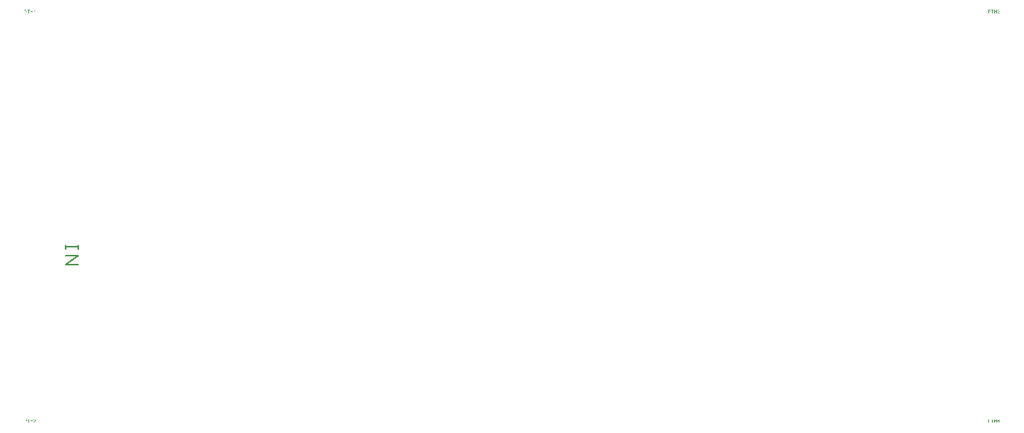
<source format=gbr>
G04*
G04 #@! TF.GenerationSoftware,Altium Limited,Altium Designer,24.5.1 (21)*
G04*
G04 Layer_Color=32768*
%FSLAX25Y25*%
%MOIN*%
G70*
G04*
G04 #@! TF.SameCoordinates,C76CA4C4-4B78-49E4-996D-9464DF6DB47D*
G04*
G04*
G04 #@! TF.FilePolarity,Positive*
G04*
G01*
G75*
%ADD12C,0.00591*%
G36*
X443264Y208350D02*
X443064D01*
Y209061D01*
X442283D01*
Y208350D01*
X442083D01*
Y209859D01*
X442283D01*
Y209240D01*
X443064D01*
Y209859D01*
X443264D01*
Y208350D01*
D02*
G37*
G36*
X444040Y209863D02*
X444069Y209859D01*
X444104Y209852D01*
X444143Y209841D01*
X444182Y209828D01*
X444221Y209811D01*
X444224D01*
X444226Y209809D01*
X444239Y209802D01*
X444259Y209789D01*
X444280Y209774D01*
X444307Y209752D01*
X444333Y209728D01*
X444359Y209700D01*
X444381Y209667D01*
X444383Y209663D01*
X444389Y209652D01*
X444398Y209632D01*
X444409Y209608D01*
X444420Y209580D01*
X444429Y209547D01*
X444435Y209510D01*
X444437Y209473D01*
Y209469D01*
Y209456D01*
X444435Y209438D01*
X444431Y209414D01*
X444424Y209386D01*
X444413Y209355D01*
X444400Y209325D01*
X444383Y209294D01*
X444381Y209290D01*
X444374Y209281D01*
X444361Y209266D01*
X444344Y209249D01*
X444322Y209229D01*
X444296Y209207D01*
X444265Y209188D01*
X444228Y209168D01*
X444230D01*
X444235Y209166D01*
X444241Y209163D01*
X444250Y209161D01*
X444274Y209153D01*
X444304Y209140D01*
X444339Y209122D01*
X444374Y209100D01*
X444407Y209072D01*
X444437Y209039D01*
X444440Y209035D01*
X444448Y209022D01*
X444461Y209000D01*
X444474Y208972D01*
X444487Y208937D01*
X444500Y208895D01*
X444509Y208847D01*
X444511Y208795D01*
Y208793D01*
Y208786D01*
Y208775D01*
X444509Y208762D01*
X444507Y208745D01*
X444503Y208725D01*
X444498Y208704D01*
X444494Y208680D01*
X444477Y208627D01*
X444463Y208599D01*
X444450Y208573D01*
X444433Y208544D01*
X444413Y208516D01*
X444391Y208488D01*
X444365Y208462D01*
X444363Y208459D01*
X444359Y208455D01*
X444350Y208449D01*
X444339Y208440D01*
X444326Y208429D01*
X444309Y208418D01*
X444289Y208405D01*
X444265Y208394D01*
X444241Y208381D01*
X444213Y208368D01*
X444184Y208357D01*
X444152Y208346D01*
X444117Y208337D01*
X444080Y208331D01*
X444043Y208326D01*
X444001Y208324D01*
X443982D01*
X443969Y208326D01*
X443951Y208329D01*
X443931Y208331D01*
X443910Y208335D01*
X443886Y208340D01*
X443833Y208353D01*
X443779Y208374D01*
X443751Y208387D01*
X443724Y208403D01*
X443698Y208422D01*
X443672Y208442D01*
X443670Y208444D01*
X443666Y208449D01*
X443659Y208455D01*
X443652Y208464D01*
X443642Y208475D01*
X443631Y208490D01*
X443618Y208505D01*
X443605Y208525D01*
X443591Y208547D01*
X443578Y208568D01*
X443554Y208621D01*
X443535Y208682D01*
X443528Y208715D01*
X443524Y208749D01*
X443709Y208773D01*
Y208771D01*
X443711Y208767D01*
X443714Y208758D01*
X443716Y208747D01*
X443718Y208734D01*
X443722Y208719D01*
X443733Y208686D01*
X443748Y208647D01*
X443768Y208610D01*
X443790Y208575D01*
X443816Y208544D01*
X443820Y208542D01*
X443829Y208534D01*
X443847Y208523D01*
X443868Y208512D01*
X443894Y208499D01*
X443927Y208488D01*
X443964Y208479D01*
X444003Y208477D01*
X444017D01*
X444025Y208479D01*
X444049Y208481D01*
X444080Y208488D01*
X444115Y208499D01*
X444152Y208514D01*
X444189Y208536D01*
X444224Y208566D01*
X444228Y208571D01*
X444239Y208584D01*
X444252Y208603D01*
X444269Y208629D01*
X444287Y208662D01*
X444300Y208699D01*
X444311Y208743D01*
X444315Y208791D01*
Y208793D01*
Y208797D01*
Y208804D01*
X444313Y208813D01*
X444311Y208837D01*
X444304Y208865D01*
X444296Y208900D01*
X444280Y208935D01*
X444259Y208969D01*
X444230Y209002D01*
X444226Y209007D01*
X444215Y209015D01*
X444198Y209028D01*
X444173Y209044D01*
X444143Y209059D01*
X444106Y209072D01*
X444065Y209081D01*
X444019Y209085D01*
X443999D01*
X443984Y209083D01*
X443964Y209081D01*
X443942Y209076D01*
X443916Y209072D01*
X443888Y209065D01*
X443910Y209229D01*
X443921D01*
X443929Y209227D01*
X443958D01*
X443982Y209231D01*
X444010Y209236D01*
X444043Y209242D01*
X444080Y209253D01*
X444115Y209268D01*
X444152Y209288D01*
X444154D01*
X444156Y209290D01*
X444167Y209299D01*
X444182Y209314D01*
X444200Y209334D01*
X444217Y209362D01*
X444232Y209395D01*
X444243Y209432D01*
X444248Y209454D01*
Y209477D01*
Y209480D01*
Y209482D01*
Y209495D01*
X444243Y209512D01*
X444239Y209536D01*
X444230Y209562D01*
X444219Y209591D01*
X444202Y209619D01*
X444178Y209645D01*
X444176Y209647D01*
X444165Y209656D01*
X444149Y209667D01*
X444130Y209680D01*
X444104Y209691D01*
X444073Y209702D01*
X444038Y209711D01*
X443999Y209713D01*
X443982D01*
X443962Y209708D01*
X443936Y209704D01*
X443908Y209696D01*
X443879Y209685D01*
X443849Y209667D01*
X443820Y209645D01*
X443818Y209643D01*
X443810Y209632D01*
X443796Y209617D01*
X443781Y209595D01*
X443766Y209567D01*
X443751Y209532D01*
X443738Y209490D01*
X443729Y209443D01*
X443543Y209475D01*
Y209477D01*
X443546Y209484D01*
X443548Y209493D01*
X443550Y209506D01*
X443554Y209521D01*
X443561Y209539D01*
X443574Y209580D01*
X443596Y209628D01*
X443622Y209676D01*
X443655Y209722D01*
X443696Y209763D01*
X443698Y209765D01*
X443703Y209767D01*
X443709Y209772D01*
X443718Y209778D01*
X443729Y209787D01*
X443744Y209796D01*
X443759Y209805D01*
X443779Y209815D01*
X443822Y209833D01*
X443873Y209850D01*
X443931Y209861D01*
X443962Y209865D01*
X444017D01*
X444040Y209863D01*
D02*
G37*
G36*
X441869Y209680D02*
X441372D01*
Y208350D01*
X441172D01*
Y209680D01*
X440675D01*
Y209859D01*
X441869D01*
Y209680D01*
D02*
G37*
G36*
X440034Y209857D02*
X440071Y209855D01*
X440110Y209852D01*
X440147Y209848D01*
X440180Y209844D01*
X440184D01*
X440199Y209839D01*
X440219Y209835D01*
X440245Y209828D01*
X440274Y209818D01*
X440304Y209805D01*
X440337Y209789D01*
X440365Y209772D01*
X440369Y209770D01*
X440378Y209763D01*
X440391Y209750D01*
X440409Y209735D01*
X440428Y209715D01*
X440448Y209689D01*
X440470Y209661D01*
X440487Y209628D01*
X440489Y209624D01*
X440494Y209613D01*
X440502Y209593D01*
X440511Y209567D01*
X440518Y209536D01*
X440526Y209501D01*
X440531Y209462D01*
X440533Y209421D01*
Y209419D01*
Y209412D01*
Y209403D01*
X440531Y209388D01*
X440529Y209373D01*
X440526Y209353D01*
X440522Y209331D01*
X440518Y209307D01*
X440502Y209257D01*
X440494Y209231D01*
X440481Y209203D01*
X440465Y209174D01*
X440450Y209148D01*
X440430Y209122D01*
X440409Y209096D01*
X440407Y209094D01*
X440402Y209089D01*
X440396Y209083D01*
X440385Y209076D01*
X440372Y209065D01*
X440354Y209054D01*
X440332Y209042D01*
X440308Y209031D01*
X440280Y209017D01*
X440247Y209004D01*
X440212Y208994D01*
X440171Y208985D01*
X440128Y208976D01*
X440079Y208969D01*
X440025Y208965D01*
X439968Y208963D01*
X439582D01*
Y208350D01*
X439382D01*
Y209859D01*
X440001D01*
X440034Y209857D01*
D02*
G37*
G36*
X12162Y25280D02*
X11962D01*
Y25990D01*
X11181D01*
Y25280D01*
X10981D01*
Y26788D01*
X11181D01*
Y26169D01*
X11962D01*
Y26788D01*
X12162D01*
Y25280D01*
D02*
G37*
G36*
X12956Y26792D02*
X12973Y26790D01*
X12995Y26788D01*
X13019Y26784D01*
X13043Y26779D01*
X13100Y26764D01*
X13156Y26742D01*
X13184Y26729D01*
X13213Y26714D01*
X13239Y26694D01*
X13263Y26673D01*
X13265Y26670D01*
X13270Y26668D01*
X13274Y26660D01*
X13283Y26651D01*
X13294Y26640D01*
X13304Y26625D01*
X13315Y26609D01*
X13328Y26590D01*
X13350Y26548D01*
X13372Y26496D01*
X13381Y26470D01*
X13385Y26439D01*
X13389Y26409D01*
X13392Y26376D01*
Y26372D01*
Y26361D01*
X13389Y26343D01*
X13387Y26319D01*
X13383Y26293D01*
X13374Y26263D01*
X13365Y26230D01*
X13352Y26197D01*
X13350Y26193D01*
X13346Y26182D01*
X13337Y26165D01*
X13324Y26141D01*
X13307Y26114D01*
X13285Y26082D01*
X13259Y26049D01*
X13228Y26012D01*
X13224Y26008D01*
X13213Y25995D01*
X13202Y25984D01*
X13191Y25973D01*
X13178Y25960D01*
X13161Y25942D01*
X13143Y25925D01*
X13121Y25905D01*
X13100Y25883D01*
X13073Y25859D01*
X13045Y25835D01*
X13014Y25807D01*
X12980Y25779D01*
X12945Y25748D01*
X12943Y25746D01*
X12938Y25742D01*
X12930Y25735D01*
X12919Y25726D01*
X12905Y25713D01*
X12890Y25700D01*
X12855Y25672D01*
X12818Y25639D01*
X12783Y25607D01*
X12753Y25578D01*
X12740Y25567D01*
X12729Y25556D01*
X12727Y25554D01*
X12720Y25548D01*
X12711Y25539D01*
X12701Y25526D01*
X12690Y25511D01*
X12677Y25495D01*
X12650Y25458D01*
X13394D01*
Y25280D01*
X12393D01*
Y25282D01*
Y25290D01*
Y25304D01*
X12395Y25321D01*
X12398Y25341D01*
X12402Y25362D01*
X12406Y25384D01*
X12415Y25408D01*
Y25410D01*
X12417Y25412D01*
X12421Y25426D01*
X12430Y25445D01*
X12443Y25471D01*
X12461Y25502D01*
X12483Y25537D01*
X12507Y25572D01*
X12537Y25609D01*
Y25611D01*
X12541Y25613D01*
X12552Y25626D01*
X12572Y25646D01*
X12600Y25674D01*
X12633Y25707D01*
X12674Y25746D01*
X12725Y25790D01*
X12779Y25835D01*
X12781Y25838D01*
X12790Y25844D01*
X12803Y25855D01*
X12818Y25868D01*
X12838Y25886D01*
X12862Y25905D01*
X12886Y25927D01*
X12914Y25951D01*
X12969Y26003D01*
X13023Y26056D01*
X13049Y26082D01*
X13073Y26108D01*
X13095Y26132D01*
X13113Y26156D01*
Y26158D01*
X13117Y26160D01*
X13121Y26167D01*
X13126Y26175D01*
X13141Y26199D01*
X13158Y26228D01*
X13174Y26263D01*
X13189Y26300D01*
X13198Y26341D01*
X13202Y26380D01*
Y26383D01*
Y26385D01*
X13200Y26398D01*
X13198Y26420D01*
X13191Y26444D01*
X13182Y26474D01*
X13167Y26505D01*
X13148Y26535D01*
X13121Y26566D01*
X13117Y26570D01*
X13106Y26579D01*
X13091Y26590D01*
X13067Y26605D01*
X13036Y26618D01*
X13001Y26631D01*
X12960Y26640D01*
X12914Y26642D01*
X12901D01*
X12892Y26640D01*
X12866Y26638D01*
X12836Y26631D01*
X12803Y26622D01*
X12766Y26607D01*
X12731Y26588D01*
X12698Y26561D01*
X12694Y26557D01*
X12685Y26546D01*
X12672Y26529D01*
X12659Y26502D01*
X12644Y26472D01*
X12631Y26433D01*
X12622Y26389D01*
X12618Y26339D01*
X12428Y26359D01*
Y26361D01*
X12430Y26367D01*
Y26378D01*
X12432Y26393D01*
X12437Y26411D01*
X12441Y26431D01*
X12448Y26455D01*
X12454Y26478D01*
X12472Y26531D01*
X12498Y26583D01*
X12513Y26609D01*
X12533Y26636D01*
X12552Y26660D01*
X12574Y26681D01*
X12576Y26683D01*
X12581Y26686D01*
X12587Y26692D01*
X12598Y26699D01*
X12611Y26707D01*
X12626Y26716D01*
X12644Y26727D01*
X12666Y26738D01*
X12690Y26749D01*
X12716Y26760D01*
X12744Y26768D01*
X12775Y26777D01*
X12807Y26784D01*
X12842Y26790D01*
X12879Y26792D01*
X12919Y26795D01*
X12940D01*
X12956Y26792D01*
D02*
G37*
G36*
X10767Y26609D02*
X10270D01*
Y25280D01*
X10069D01*
Y26609D01*
X9572D01*
Y26788D01*
X10767D01*
Y26609D01*
D02*
G37*
G36*
X8931Y26786D02*
X8968Y26784D01*
X9008Y26781D01*
X9045Y26777D01*
X9077Y26773D01*
X9082D01*
X9097Y26768D01*
X9117Y26764D01*
X9143Y26758D01*
X9171Y26747D01*
X9202Y26734D01*
X9234Y26718D01*
X9263Y26701D01*
X9267Y26699D01*
X9276Y26692D01*
X9289Y26679D01*
X9306Y26664D01*
X9326Y26644D01*
X9346Y26618D01*
X9367Y26590D01*
X9385Y26557D01*
X9387Y26553D01*
X9391Y26542D01*
X9400Y26522D01*
X9409Y26496D01*
X9415Y26465D01*
X9424Y26431D01*
X9428Y26391D01*
X9431Y26350D01*
Y26348D01*
Y26341D01*
Y26333D01*
X9428Y26317D01*
X9426Y26302D01*
X9424Y26282D01*
X9420Y26261D01*
X9415Y26237D01*
X9400Y26186D01*
X9391Y26160D01*
X9378Y26132D01*
X9363Y26104D01*
X9348Y26077D01*
X9328Y26051D01*
X9306Y26025D01*
X9304Y26023D01*
X9300Y26019D01*
X9293Y26012D01*
X9282Y26006D01*
X9269Y25995D01*
X9252Y25984D01*
X9230Y25971D01*
X9206Y25960D01*
X9178Y25947D01*
X9145Y25934D01*
X9110Y25923D01*
X9069Y25914D01*
X9025Y25905D01*
X8977Y25899D01*
X8923Y25894D01*
X8866Y25892D01*
X8480D01*
Y25280D01*
X8280D01*
Y26788D01*
X8899D01*
X8931Y26786D01*
D02*
G37*
G36*
X443264Y25280D02*
X443064D01*
Y25990D01*
X442283D01*
Y25280D01*
X442083D01*
Y26788D01*
X442283D01*
Y26169D01*
X443064D01*
Y26788D01*
X443264D01*
Y25280D01*
D02*
G37*
G36*
X444300Y25811D02*
X444505D01*
Y25641D01*
X444300D01*
Y25280D01*
X444115D01*
Y25641D01*
X443459D01*
Y25811D01*
X444149Y26788D01*
X444300D01*
Y25811D01*
D02*
G37*
G36*
X441869Y26609D02*
X441372D01*
Y25280D01*
X441172D01*
Y26609D01*
X440675D01*
Y26788D01*
X441869D01*
Y26609D01*
D02*
G37*
G36*
X440034Y26786D02*
X440071Y26784D01*
X440110Y26781D01*
X440147Y26777D01*
X440180Y26773D01*
X440184D01*
X440199Y26768D01*
X440219Y26764D01*
X440245Y26758D01*
X440274Y26747D01*
X440304Y26734D01*
X440337Y26718D01*
X440365Y26701D01*
X440369Y26699D01*
X440378Y26692D01*
X440391Y26679D01*
X440409Y26664D01*
X440428Y26644D01*
X440448Y26618D01*
X440470Y26590D01*
X440487Y26557D01*
X440489Y26553D01*
X440494Y26542D01*
X440502Y26522D01*
X440511Y26496D01*
X440518Y26465D01*
X440526Y26431D01*
X440531Y26391D01*
X440533Y26350D01*
Y26348D01*
Y26341D01*
Y26333D01*
X440531Y26317D01*
X440529Y26302D01*
X440526Y26282D01*
X440522Y26261D01*
X440518Y26237D01*
X440502Y26186D01*
X440494Y26160D01*
X440481Y26132D01*
X440465Y26104D01*
X440450Y26077D01*
X440430Y26051D01*
X440409Y26025D01*
X440407Y26023D01*
X440402Y26019D01*
X440396Y26012D01*
X440385Y26006D01*
X440372Y25995D01*
X440354Y25984D01*
X440332Y25971D01*
X440308Y25960D01*
X440280Y25947D01*
X440247Y25934D01*
X440212Y25923D01*
X440171Y25914D01*
X440128Y25905D01*
X440079Y25899D01*
X440025Y25894D01*
X439968Y25892D01*
X439582D01*
Y25280D01*
X439382D01*
Y26788D01*
X440001D01*
X440034Y26786D01*
D02*
G37*
G36*
X12162Y208350D02*
X11962D01*
Y209061D01*
X11181D01*
Y208350D01*
X10981D01*
Y209859D01*
X11181D01*
Y209240D01*
X11962D01*
Y209859D01*
X12162D01*
Y208350D01*
D02*
G37*
G36*
X13117D02*
X12932D01*
Y209530D01*
X12930Y209528D01*
X12919Y209519D01*
X12905Y209506D01*
X12884Y209490D01*
X12860Y209471D01*
X12829Y209449D01*
X12794Y209425D01*
X12755Y209401D01*
X12753D01*
X12751Y209399D01*
X12738Y209390D01*
X12716Y209379D01*
X12690Y209366D01*
X12659Y209351D01*
X12626Y209336D01*
X12594Y209320D01*
X12561Y209307D01*
Y209486D01*
X12563D01*
X12568Y209490D01*
X12576Y209493D01*
X12587Y209499D01*
X12600Y209506D01*
X12616Y209514D01*
X12653Y209536D01*
X12696Y209560D01*
X12740Y209591D01*
X12786Y209626D01*
X12831Y209663D01*
X12833Y209665D01*
X12836Y209667D01*
X12842Y209674D01*
X12851Y209680D01*
X12871Y209702D01*
X12897Y209728D01*
X12923Y209759D01*
X12951Y209794D01*
X12975Y209828D01*
X12997Y209865D01*
X13117D01*
Y208350D01*
D02*
G37*
G36*
X10767Y209680D02*
X10270D01*
Y208350D01*
X10069D01*
Y209680D01*
X9572D01*
Y209859D01*
X10767D01*
Y209680D01*
D02*
G37*
G36*
X8931Y209857D02*
X8968Y209855D01*
X9008Y209852D01*
X9045Y209848D01*
X9077Y209844D01*
X9082D01*
X9097Y209839D01*
X9117Y209835D01*
X9143Y209828D01*
X9171Y209818D01*
X9202Y209804D01*
X9234Y209789D01*
X9263Y209772D01*
X9267Y209770D01*
X9276Y209763D01*
X9289Y209750D01*
X9306Y209735D01*
X9326Y209715D01*
X9346Y209689D01*
X9367Y209661D01*
X9385Y209628D01*
X9387Y209624D01*
X9391Y209613D01*
X9400Y209593D01*
X9409Y209567D01*
X9415Y209536D01*
X9424Y209501D01*
X9428Y209462D01*
X9431Y209421D01*
Y209419D01*
Y209412D01*
Y209403D01*
X9428Y209388D01*
X9426Y209373D01*
X9424Y209353D01*
X9420Y209331D01*
X9415Y209307D01*
X9400Y209257D01*
X9391Y209231D01*
X9378Y209203D01*
X9363Y209174D01*
X9348Y209148D01*
X9328Y209122D01*
X9306Y209096D01*
X9304Y209094D01*
X9300Y209089D01*
X9293Y209083D01*
X9282Y209076D01*
X9269Y209065D01*
X9252Y209054D01*
X9230Y209041D01*
X9206Y209031D01*
X9178Y209017D01*
X9145Y209004D01*
X9110Y208994D01*
X9069Y208985D01*
X9025Y208976D01*
X8977Y208969D01*
X8923Y208965D01*
X8866Y208963D01*
X8480D01*
Y208350D01*
X8280D01*
Y209859D01*
X8899D01*
X8931Y209857D01*
D02*
G37*
%LPC*%
G36*
X440014Y209680D02*
X439582D01*
Y209142D01*
X439988D01*
X440003Y209144D01*
X440019D01*
X440036Y209146D01*
X440077Y209151D01*
X440123Y209159D01*
X440169Y209172D01*
X440210Y209190D01*
X440230Y209201D01*
X440245Y209214D01*
X440249Y209218D01*
X440258Y209227D01*
X440271Y209244D01*
X440287Y209266D01*
X440302Y209294D01*
X440315Y209329D01*
X440324Y209368D01*
X440328Y209414D01*
Y209416D01*
Y209419D01*
Y209430D01*
X440326Y209449D01*
X440321Y209471D01*
X440317Y209495D01*
X440308Y209523D01*
X440295Y209549D01*
X440280Y209576D01*
X440278Y209578D01*
X440271Y209587D01*
X440260Y209597D01*
X440247Y209613D01*
X440228Y209628D01*
X440206Y209641D01*
X440182Y209654D01*
X440154Y209665D01*
X440151D01*
X440143Y209667D01*
X440130Y209669D01*
X440112Y209674D01*
X440086Y209676D01*
X440053Y209678D01*
X440014Y209680D01*
D02*
G37*
G36*
X8912Y26609D02*
X8480D01*
Y26071D01*
X8886D01*
X8901Y26073D01*
X8916D01*
X8934Y26075D01*
X8975Y26080D01*
X9021Y26088D01*
X9066Y26101D01*
X9108Y26119D01*
X9127Y26130D01*
X9143Y26143D01*
X9147Y26147D01*
X9156Y26156D01*
X9169Y26173D01*
X9184Y26195D01*
X9200Y26223D01*
X9213Y26258D01*
X9221Y26298D01*
X9226Y26343D01*
Y26346D01*
Y26348D01*
Y26359D01*
X9223Y26378D01*
X9219Y26400D01*
X9215Y26424D01*
X9206Y26452D01*
X9193Y26478D01*
X9178Y26505D01*
X9176Y26507D01*
X9169Y26516D01*
X9158Y26526D01*
X9145Y26542D01*
X9125Y26557D01*
X9104Y26570D01*
X9080Y26583D01*
X9051Y26594D01*
X9049D01*
X9040Y26596D01*
X9027Y26598D01*
X9010Y26603D01*
X8984Y26605D01*
X8951Y26607D01*
X8912Y26609D01*
D02*
G37*
G36*
X444115Y26487D02*
X443639Y25811D01*
X444115D01*
Y26487D01*
D02*
G37*
G36*
X440014Y26609D02*
X439582D01*
Y26071D01*
X439988D01*
X440003Y26073D01*
X440019D01*
X440036Y26075D01*
X440077Y26080D01*
X440123Y26088D01*
X440169Y26101D01*
X440210Y26119D01*
X440230Y26130D01*
X440245Y26143D01*
X440249Y26147D01*
X440258Y26156D01*
X440271Y26173D01*
X440287Y26195D01*
X440302Y26223D01*
X440315Y26258D01*
X440324Y26298D01*
X440328Y26343D01*
Y26346D01*
Y26348D01*
Y26359D01*
X440326Y26378D01*
X440321Y26400D01*
X440317Y26424D01*
X440308Y26452D01*
X440295Y26478D01*
X440280Y26505D01*
X440278Y26507D01*
X440271Y26516D01*
X440260Y26526D01*
X440247Y26542D01*
X440228Y26557D01*
X440206Y26570D01*
X440182Y26583D01*
X440154Y26594D01*
X440151D01*
X440143Y26596D01*
X440130Y26598D01*
X440112Y26603D01*
X440086Y26605D01*
X440053Y26607D01*
X440014Y26609D01*
D02*
G37*
G36*
X8912Y209680D02*
X8480D01*
Y209142D01*
X8886D01*
X8901Y209144D01*
X8916D01*
X8934Y209146D01*
X8975Y209151D01*
X9021Y209159D01*
X9066Y209172D01*
X9108Y209190D01*
X9127Y209201D01*
X9143Y209214D01*
X9147Y209218D01*
X9156Y209227D01*
X9169Y209244D01*
X9184Y209266D01*
X9200Y209294D01*
X9213Y209329D01*
X9221Y209368D01*
X9226Y209414D01*
Y209416D01*
Y209419D01*
Y209430D01*
X9223Y209449D01*
X9219Y209471D01*
X9215Y209495D01*
X9206Y209523D01*
X9193Y209549D01*
X9178Y209576D01*
X9176Y209578D01*
X9169Y209587D01*
X9158Y209597D01*
X9145Y209613D01*
X9125Y209628D01*
X9104Y209641D01*
X9080Y209654D01*
X9051Y209665D01*
X9049D01*
X9040Y209667D01*
X9027Y209669D01*
X9010Y209674D01*
X8984Y209676D01*
X8951Y209678D01*
X8912Y209680D01*
D02*
G37*
%LPD*%
D12*
X32479Y104821D02*
Y102854D01*
Y103837D01*
X26576D01*
Y104821D01*
Y102854D01*
Y99902D02*
X32479D01*
X26576Y95966D01*
X32479D01*
M02*

</source>
